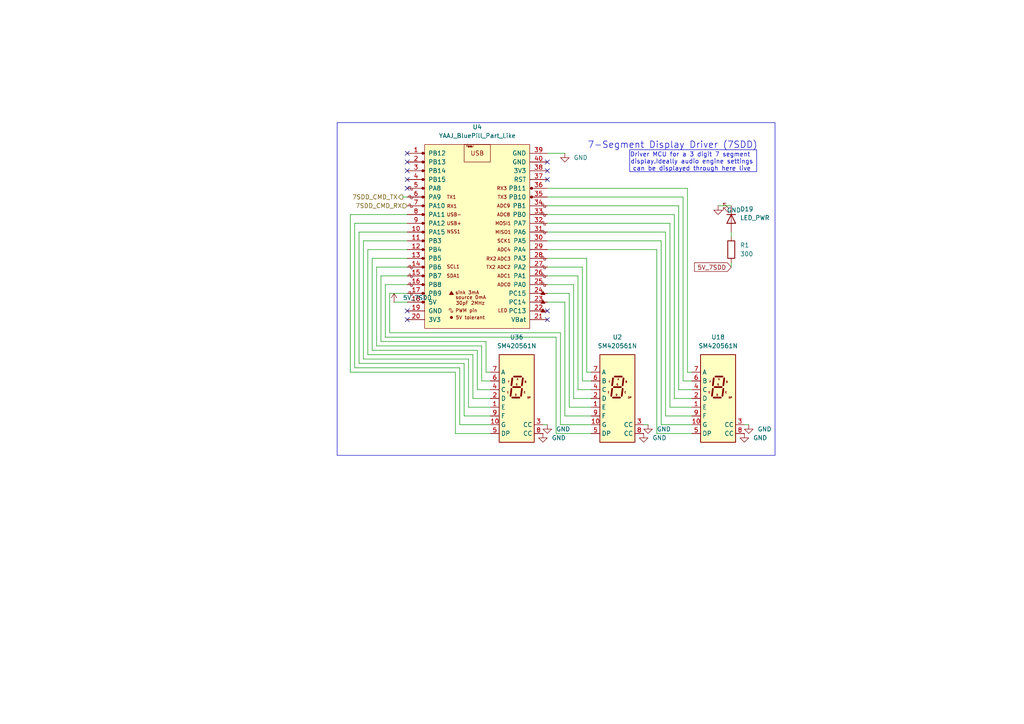
<source format=kicad_sch>
(kicad_sch (version 20250114) (generator "eeschema") (generator_version "9.0")
  (paper "A4")
  (lib_symbols
    (symbol "Device:LED" (pin_numbers (hide yes)) (pin_names (offset 1.016) (hide yes))
      (property "Reference" "D" (at 0 2.54 0))
      (property "Value" "LED" (at 0 -2.54 0))
      (symbol "LED_0_1"
        (polyline (pts (xy -3.048 -0.762) (xy -4.572 -2.286) (xy -3.81 -2.286) (xy -4.572 -2.286) (xy -4.572 -1.524)))
        (polyline (pts (xy -1.778 -0.762) (xy -3.302 -2.286) (xy -2.54 -2.286) (xy -3.302 -2.286) (xy -3.302 -1.524)))
        (polyline (pts (xy -1.27 0) (xy 1.27 0)))
        (polyline (pts (xy -1.27 -1.27) (xy -1.27 1.27)) (stroke (width 0.254)))
        (polyline (pts (xy 1.27 -1.27) (xy 1.27 1.27) (xy -1.27 0) (xy 1.27 -1.27)) (stroke (width 0.254)))
      )
      (symbol "LED_1_1"
        (pin passive line (at -3.81 0 0) (length 2.54) (name "K") (number "1"))
        (pin passive line (at 3.81 0 180) (length 2.54) (name "A") (number "2"))
      )
    )
    (symbol "Device:R" (pin_numbers (hide yes)) (pin_names (offset 0))
      (property "Reference" "R" (at 2.032 0 90))
      (property "Value" "R" (at 0 0 90))
      (symbol "R_0_1"
        (rectangle (start -1.016 -2.54) (end 1.016 2.54) (stroke (width 0.254)))
      )
      (symbol "R_1_1"
        (pin passive line (at 0 3.81 270) (length 1.27) (name "~") (number "1"))
        (pin passive line (at 0 -3.81 90) (length 1.27) (name "~") (number "2"))
      )
    )
    (symbol "Display_Character:SM420561N"
      (property "Reference" "U" (at -2.54 13.97 0))
      (property "Value" "SM420561N" (at 1.27 13.97 0))
      (symbol "SM420561N_0_0"
        (text "E" (at -2.54 1.778 0) (effects (font (size 0.508 0.508))))
        (text "F" (at -2.286 4.826 0) (effects (font (size 0.508 0.508))))
        (text "D" (at -0.254 1.016 0) (effects (font (size 0.508 0.508))))
        (text "G" (at 0 4.064 0) (effects (font (size 0.508 0.508))))
        (text "A" (at 0.254 5.588 0) (effects (font (size 0.508 0.508))))
        (text "C" (at 2.286 1.778 0) (effects (font (size 0.508 0.508))))
        (text "B" (at 2.54 4.826 0) (effects (font (size 0.508 0.508))))
        (text "DP" (at 3.556 0.254 0) (effects (font (size 0.508 0.508))))
      )
      (symbol "SM420561N_0_1"
        (rectangle (start -5.08 12.7) (end 5.08 -12.7) (stroke (width 0.254)) (fill (type background)))
        (polyline (pts (xy -1.524 2.794) (xy -1.778 0.762)) (stroke (width 0.508)))
        (polyline (pts (xy -1.27 5.842) (xy -1.524 3.81)) (stroke (width 0.508)))
        (polyline (pts (xy -1.27 0.254) (xy 0.762 0.254)) (stroke (width 0.508)))
        (polyline (pts (xy -1.016 3.302) (xy 1.016 3.302)) (stroke (width 0.508)))
        (polyline (pts (xy -0.762 6.35) (xy 1.27 6.35)) (stroke (width 0.508)))
        (polyline (pts (xy 1.524 2.794) (xy 1.27 0.762)) (stroke (width 0.508)))
        (polyline (pts (xy 1.778 5.842) (xy 1.524 3.81)) (stroke (width 0.508)))
        (polyline (pts (xy 2.54 0.254) (xy 2.54 0.254)) (stroke (width 0.508)))
      )
      (symbol "SM420561N_1_1"
        (pin input line (at -7.62 7.62 0) (length 2.54) (name "A") (number "7"))
        (pin input line (at -7.62 5.08 0) (length 2.54) (name "B") (number "6"))
        (pin input line (at -7.62 2.54 0) (length 2.54) (name "C") (number "4"))
        (pin input line (at -7.62 0 0) (length 2.54) (name "D") (number "2"))
        (pin input line (at -7.62 -2.54 0) (length 2.54) (name "E") (number "1"))
        (pin input line (at -7.62 -5.08 0) (length 2.54) (name "F") (number "9"))
        (pin input line (at -7.62 -7.62 0) (length 2.54) (name "G") (number "10"))
        (pin input line (at -7.62 -10.16 0) (length 2.54) (name "DP") (number "5"))
        (pin input line (at 7.62 -7.62 180) (length 2.54) (name "CC") (number "3"))
        (pin input line (at 7.62 -10.16 180) (length 2.54) (name "CC") (number "8"))
      )
    )
    (symbol "YAAJ_BluePill_Part_Like:YAAJ_BluePill_Part_Like" (pin_names (offset 1.016))
      (property "Reference" "U" (at -12.7 25.4 0))
      (property "Value" "YAAJ_BluePill_Part_Like" (at 0 2.54 90))
      (symbol "YAAJ_BluePill_Part_Like_0_0"
        (circle (center -15.748 22.86) (radius 0.3556) (fill (type outline)))
        (circle (center -15.748 17.78) (radius 0.3556) (fill (type outline)))
        (circle (center -15.748 15.24) (radius 0.3556) (fill (type outline)))
        (circle (center -15.748 12.7) (radius 0.3556) (fill (type outline)))
        (circle (center -15.748 10.16) (radius 0.3556) (fill (type outline)))
        (circle (center -15.748 7.62) (radius 0.3556) (fill (type outline)))
        (circle (center -15.748 5.08) (radius 0.3556) (fill (type outline)))
        (circle (center -15.748 2.54) (radius 0.3556) (fill (type outline)))
        (circle (center -15.748 0) (radius 0.3556) (fill (type outline)))
        (circle (center -15.748 -2.54) (radius 0.3556) (fill (type outline)))
        (circle (center -15.748 -5.08) (radius 0.3556) (fill (type outline)))
        (circle (center -15.748 -7.62) (radius 0.3556) (fill (type outline)))
        (circle (center -15.748 -10.16) (radius 0.3556) (fill (type outline)))
        (circle (center -15.748 -12.7) (radius 0.3556) (fill (type outline)))
        (circle (center -15.748 -15.24) (radius 0.3556) (fill (type outline)))
        (circle (center -15.748 -17.78) (radius 0.3556) (fill (type outline)))
        (circle (center -15.748 -20.32) (radius 0.3556) (fill (type outline)))
        (polyline (pts (xy -8.128 -18.161) (xy -7.493 -17.145) (xy -6.858 -18.161) (xy -8.128 -18.161) (xy -7.493 -17.272) (xy -6.985 -18.161) (xy -8.001 -18.034) (xy -7.493 -17.399) (xy -7.112 -18.161) (xy -7.874 -17.907) (xy -7.366 -17.526) (xy -7.239 -18.161) (xy -7.747 -17.78) (xy -7.239 -17.653) (xy -7.366 -18.034) (xy -7.62 -17.78) (xy -7.366 -17.907) (xy -7.493 -17.653)))
        (circle (center -7.493 -24.765) (radius 0.127) (fill (type outline)))
        (circle (center -7.493 -24.765) (radius 0.254))
        (circle (center -7.493 -24.765) (radius 0.3556))
        (circle (center 15.748 12.7) (radius 0.254) (fill (type outline)))
        (circle (center 15.748 12.7) (radius 0.3556))
        (circle (center 15.748 10.16) (radius 0.254) (fill (type outline)))
        (circle (center 15.748 10.16) (radius 0.3556))
        (polyline (pts (xy 18.415 -18.161) (xy 19.05 -17.145) (xy 19.685 -18.161) (xy 18.415 -18.161) (xy 19.05 -17.272) (xy 19.558 -18.161) (xy 18.542 -18.034) (xy 19.05 -17.399) (xy 19.431 -18.161) (xy 18.669 -17.907) (xy 19.177 -17.526) (xy 19.304 -18.161) (xy 18.796 -17.78) (xy 19.304 -17.653) (xy 19.177 -18.034) (xy 18.923 -17.78) (xy 19.177 -17.907) (xy 19.05 -17.653)))
        (polyline (pts (xy 18.415 -20.701) (xy 19.05 -19.685) (xy 19.685 -20.701) (xy 18.415 -20.701) (xy 19.05 -19.812) (xy 19.558 -20.701) (xy 18.542 -20.574) (xy 19.05 -19.939) (xy 19.431 -20.701) (xy 18.669 -20.447) (xy 19.177 -20.066) (xy 19.304 -20.701) (xy 18.796 -20.32) (xy 19.304 -20.193) (xy 19.177 -20.574) (xy 18.923 -20.32) (xy 19.177 -20.447) (xy 19.05 -20.193)))
        (polyline (pts (xy 18.415 -23.241) (xy 19.05 -22.225) (xy 19.685 -23.241) (xy 18.415 -23.241) (xy 19.05 -22.352) (xy 19.558 -23.241) (xy 18.542 -23.114) (xy 19.05 -22.479) (xy 19.431 -23.241) (xy 18.669 -22.987) (xy 19.177 -22.606) (xy 19.304 -23.241) (xy 18.796 -22.86) (xy 19.304 -22.733) (xy 19.177 -23.114) (xy 18.923 -22.86) (xy 19.177 -22.987) (xy 19.05 -22.733)))
        (text "TX1" (at -7.493 10.16 0) (effects (font (size 0.9906 0.9906))))
        (text "RX1" (at -7.366 7.493 0) (effects (font (size 0.9906 0.9906))))
        (text "SCL1" (at -6.985 -10.033 0) (effects (font (size 0.9906 0.9906))))
        (text "SDA1" (at -6.985 -12.7 0) (effects (font (size 0.9906 0.9906))))
        (text "NSS1" (at -6.858 0.127 0) (effects (font (size 0.9906 0.9906))))
        (text "USB-" (at -6.731 5.08 0) (effects (font (size 0.9906 0.9906))))
        (text "USB+" (at -6.731 2.54 0) (effects (font (size 0.9906 0.9906))))
        (text "PWM pin" (at -3.175 -22.733 0) (effects (font (size 0.9906 0.9906))))
        (text "sink 3mA" (at -2.921 -17.526 0) (effects (font (size 0.9906 0.9906))))
        (text "Y@@J" (at -2.159 24.892 0) (effects (font (size 0.508 0.508))))
        (text "30pF 2MHz" (at -2.032 -20.574 0) (effects (font (size 0.9906 0.9906))))
        (text "5V tolerant" (at -2.032 -24.765 0) (effects (font (size 0.9906 0.9906))))
        (text "source 0mA" (at -1.905 -18.923 0) (effects (font (size 0.9906 0.9906))))
        (text "USB" (at 0 22.86 0) (effects (font (size 1.27 1.27))))
        (text "TX2" (at 3.937 -10.16 0) (effects (font (size 0.9906 0.9906))))
        (text "RX2" (at 4.064 -7.747 0) (effects (font (size 0.9906 0.9906))))
        (text "RX3" (at 7.112 12.7 0) (effects (font (size 0.9906 0.9906))))
        (text "TX3" (at 7.239 10.16 0) (effects (font (size 0.9906 0.9906))))
        (text "LED" (at 7.366 -22.733 0) (effects (font (size 0.9906 0.9906))))
        (text "MOSI1" (at 7.493 2.54 0) (effects (font (size 0.9906 0.9906))))
        (text "MISO1" (at 7.493 0 0) (effects (font (size 0.9906 0.9906))))
        (text "ADC9" (at 7.62 7.62 0) (effects (font (size 0.9906 0.9906))))
        (text "ADC8" (at 7.62 5.08 0) (effects (font (size 0.9906 0.9906))))
        (text "SCK1" (at 7.747 -2.54 0) (effects (font (size 0.9906 0.9906))))
        (text "ADC4" (at 7.747 -5.08 0) (effects (font (size 0.9906 0.9906))))
        (text "ADC3" (at 7.747 -7.747 0) (effects (font (size 0.9906 0.9906))))
        (text "ADC2" (at 7.747 -10.16 0) (effects (font (size 0.9906 0.9906))))
        (text "ADC1" (at 7.747 -12.7 0) (effects (font (size 0.9906 0.9906))))
        (text "ADC0" (at 7.747 -15.24 0) (effects (font (size 0.9906 0.9906))))
      )
      (symbol "YAAJ_BluePill_Part_Like_0_1"
        (polyline (pts (xy -18.796 12.7) (xy -18.796 12.192) (xy -19.304 12.192) (xy -19.304 13.208) (xy -19.812 13.208) (xy -19.812 12.7)))
        (polyline (pts (xy -18.796 10.16) (xy -18.796 9.652) (xy -19.304 9.652) (xy -19.304 10.668) (xy -19.812 10.668) (xy -19.812 10.16)))
        (polyline (pts (xy -18.796 7.62) (xy -18.796 7.112) (xy -19.304 7.112) (xy -19.304 8.128) (xy -19.812 8.128) (xy -19.812 7.62)))
        (polyline (pts (xy -18.796 -10.16) (xy -18.796 -10.668) (xy -19.304 -10.668) (xy -19.304 -9.652) (xy -19.812 -9.652) (xy -19.812 -10.16)))
        (polyline (pts (xy -18.796 -12.7) (xy -18.796 -13.208) (xy -19.304 -13.208) (xy -19.304 -12.192) (xy -19.812 -12.192) (xy -19.812 -12.7)))
        (polyline (pts (xy -18.796 -15.24) (xy -18.796 -15.748) (xy -19.304 -15.748) (xy -19.304 -14.732) (xy -19.812 -14.732) (xy -19.812 -15.24)))
        (polyline (pts (xy -18.796 -17.78) (xy -18.796 -18.288) (xy -19.304 -18.288) (xy -19.304 -17.272) (xy -19.812 -17.272) (xy -19.812 -17.78)))
        (rectangle (start -15.24 25.4) (end 15.24 -27.94) (fill (type background)))
        (polyline (pts (xy -7.112 -22.733) (xy -7.112 -23.241) (xy -7.62 -23.241) (xy -7.62 -22.225) (xy -8.128 -22.225) (xy -8.128 -22.733)))
        (rectangle (start 3.81 25.4) (end -3.81 20.32))
        (polyline (pts (xy 19.812 7.62) (xy 19.812 7.112) (xy 19.304 7.112) (xy 19.304 8.128) (xy 18.796 8.128) (xy 18.796 7.62)))
        (polyline (pts (xy 19.812 5.08) (xy 19.812 4.572) (xy 19.304 4.572) (xy 19.304 5.588) (xy 18.796 5.588) (xy 18.796 5.08)))
        (polyline (pts (xy 19.812 2.54) (xy 19.812 2.032) (xy 19.304 2.032) (xy 19.304 3.048) (xy 18.796 3.048) (xy 18.796 2.54)))
        (polyline (pts (xy 19.812 0) (xy 19.812 -0.508) (xy 19.304 -0.508) (xy 19.304 0.508) (xy 18.796 0.508) (xy 18.796 0)))
        (polyline (pts (xy 19.812 -7.62) (xy 19.812 -8.128) (xy 19.304 -8.128) (xy 19.304 -7.112) (xy 18.796 -7.112) (xy 18.796 -7.62)))
        (polyline (pts (xy 19.812 -10.16) (xy 19.812 -10.668) (xy 19.304 -10.668) (xy 19.304 -9.652) (xy 18.796 -9.652) (xy 18.796 -10.16)))
        (polyline (pts (xy 19.812 -12.7) (xy 19.812 -13.208) (xy 19.304 -13.208) (xy 19.304 -12.192) (xy 18.796 -12.192) (xy 18.796 -12.7)))
        (polyline (pts (xy 19.812 -15.24) (xy 19.812 -15.748) (xy 19.304 -15.748) (xy 19.304 -14.732) (xy 18.796 -14.732) (xy 18.796 -15.24)))
      )
      (symbol "YAAJ_BluePill_Part_Like_1_1"
        (circle (center -15.748 20.32) (radius 0.3556) (fill (type outline)))
        (pin bidirectional line (at -20.32 22.86 0) (length 5.08) (name "PB12") (number "1"))
        (pin bidirectional line (at -20.32 20.32 0) (length 5.08) (name "PB13") (number "2"))
        (pin bidirectional line (at -20.32 17.78 0) (length 5.08) (name "PB14") (number "3"))
        (pin bidirectional line (at -20.32 15.24 0) (length 5.08) (name "PB15") (number "4"))
        (pin bidirectional line (at -20.32 12.7 0) (length 5.08) (name "PA8") (number "5"))
        (pin bidirectional line (at -20.32 10.16 0) (length 5.08) (name "PA9") (number "6"))
        (pin bidirectional line (at -20.32 7.62 0) (length 5.08) (name "PA10") (number "7"))
        (pin bidirectional line (at -20.32 5.08 0) (length 5.08) (name "PA11") (number "8"))
        (pin bidirectional line (at -20.32 2.54 0) (length 5.08) (name "PA12") (number "9"))
        (pin bidirectional line (at -20.32 0 0) (length 5.08) (name "PA15") (number "10"))
        (pin bidirectional line (at -20.32 -2.54 0) (length 5.08) (name "PB3") (number "11"))
        (pin bidirectional line (at -20.32 -5.08 0) (length 5.08) (name "PB4") (number "12"))
        (pin bidirectional line (at -20.32 -7.62 0) (length 5.08) (name "PB5") (number "13"))
        (pin bidirectional line (at -20.32 -10.16 0) (length 5.08) (name "PB6") (number "14"))
        (pin bidirectional line (at -20.32 -12.7 0) (length 5.08) (name "PB7") (number "15"))
        (pin bidirectional line (at -20.32 -15.24 0) (length 5.08) (name "PB8") (number "16"))
        (pin bidirectional line (at -20.32 -17.78 0) (length 5.08) (name "PB9") (number "17"))
        (pin power_in line (at -20.32 -20.32 0) (length 5.08) (name "5V") (number "18"))
        (pin power_in line (at -20.32 -22.86 0) (length 5.08) (name "GND") (number "19"))
        (pin power_in line (at -20.32 -25.4 0) (length 5.08) (name "3V3") (number "20"))
        (pin power_in line (at 20.32 22.86 180) (length 5.08) (name "GND") (number "39"))
        (pin power_in line (at 20.32 20.32 180) (length 5.08) (name "GND") (number "40"))
        (pin power_in line (at 20.32 17.78 180) (length 5.08) (name "3V3") (number "38"))
        (pin input line (at 20.32 15.24 180) (length 5.08) (name "RST") (number "37"))
        (pin bidirectional line (at 20.32 12.7 180) (length 5.08) (name "PB11") (number "36"))
        (pin bidirectional line (at 20.32 10.16 180) (length 5.08) (name "PB10") (number "35"))
        (pin bidirectional line (at 20.32 7.62 180) (length 5.08) (name "PB1") (number "34"))
        (pin bidirectional line (at 20.32 5.08 180) (length 5.08) (name "PB0") (number "33"))
        (pin bidirectional line (at 20.32 2.54 180) (length 5.08) (name "PA7") (number "32"))
        (pin bidirectional line (at 20.32 0 180) (length 5.08) (name "PA6") (number "31"))
        (pin bidirectional line (at 20.32 -2.54 180) (length 5.08) (name "PA5") (number "30"))
        (pin bidirectional line (at 20.32 -5.08 180) (length 5.08) (name "PA4") (number "29"))
        (pin bidirectional line (at 20.32 -7.62 180) (length 5.08) (name "PA3") (number "28"))
        (pin bidirectional line (at 20.32 -10.16 180) (length 5.08) (name "PA2") (number "27"))
        (pin bidirectional line (at 20.32 -12.7 180) (length 5.08) (name "PA1") (number "26"))
        (pin bidirectional line (at 20.32 -15.24 180) (length 5.08) (name "PA0") (number "25"))
        (pin bidirectional line (at 20.32 -17.78 180) (length 5.08) (name "PC15") (number "24"))
        (pin bidirectional line (at 20.32 -20.32 180) (length 5.08) (name "PC14") (number "23"))
        (pin bidirectional line (at 20.32 -22.86 180) (length 5.08) (name "PC13") (number "22"))
        (pin power_in line (at 20.32 -25.4 180) (length 5.08) (name "VBat") (number "21"))
      )
    )
    (symbol "power:+5V" (power) (pin_numbers (hide yes)) (pin_names (offset 0) (hide yes))
      (property "Value" "+5V" (at 0 3.556 0))
      (symbol "+5V_0_1"
        (polyline (pts (xy -0.762 1.27) (xy 0 2.54)))
        (polyline (pts (xy 0 2.54) (xy 0.762 1.27)))
        (polyline (pts (xy 0 0) (xy 0 2.54)))
      )
      (symbol "+5V_1_1"
        (pin power_in line (at 0 0 90) (length 0) (name "~") (number "1"))
      )
    )
    (symbol "power:GND" (power) (pin_numbers (hide yes)) (pin_names (offset 0) (hide yes))
      (property "Value" "GND" (at 0 -3.81 0))
      (symbol "GND_0_1"
        (polyline (pts (xy 0 0) (xy 0 -1.27) (xy 1.27 -1.27) (xy 0 -2.54) (xy -1.27 -1.27) (xy 0 -1.27)))
      )
      (symbol "GND_1_1"
        (pin power_in line (at 0 0 270) (length 0) (name "~") (number "1"))
      )
    )
  )
  (rectangle (start 97.79 35.56) (end 224.79 132.08))
  (rectangle (start 182.626 43.434) (end 219.456 49.784))
  (text "7-Segment Display Driver (7SDD)" (at 195.072 42.164 0) (effects (font (size 1.905 1.905))))
  (text "Driver MCU for a 3 digit 7 segment \ndisplay.Ideally audio engine settings\ncan be displayed through here live" (at 200.66 46.99 0) (effects (font (size 1.27 1.27))))
  (no_connect (at 118.11 54.61))
  (no_connect (at 118.11 92.71))
  (no_connect (at 158.75 52.07))
  (no_connect (at 158.75 90.17))
  (no_connect (at 118.11 46.99))
  (no_connect (at 158.75 49.53))
  (no_connect (at 118.11 52.07))
  (no_connect (at 158.75 92.71))
  (no_connect (at 118.11 44.45))
  (no_connect (at 158.75 46.99))
  (no_connect (at 118.11 90.17))
  (no_connect (at 118.11 49.53))
  (wire (pts (xy 106.68 72.39) (xy 106.68 102.87)))
  (wire (pts (xy 196.85 113.03) (xy 200.66 113.03)))
  (wire (pts (xy 163.83 120.65) (xy 171.45 120.65)))
  (wire (pts (xy 158.75 64.77) (xy 194.31 64.77)))
  (wire (pts (xy 137.16 102.87) (xy 137.16 115.57)))
  (wire (pts (xy 139.7 110.49) (xy 142.24 110.49)))
  (wire (pts (xy 101.6 62.23) (xy 101.6 107.95)))
  (wire (pts (xy 194.31 118.11) (xy 200.66 118.11)))
  (wire (pts (xy 161.29 125.73) (xy 161.29 97.79)))
  (wire (pts (xy 105.41 69.85) (xy 105.41 104.14)))
  (wire (pts (xy 133.35 106.68) (xy 102.87 106.68)))
  (wire (pts (xy 200.66 123.19) (xy 191.77 123.19)))
  (wire (pts (xy 200.66 115.57) (xy 195.58 115.57)))
  (wire (pts (xy 158.75 74.93) (xy 170.18 74.93)))
  (wire (pts (xy 139.7 100.33) (xy 139.7 110.49)))
  (wire (pts (xy 208.28 59.69) (xy 212.09 59.69)))
  (wire (pts (xy 106.68 102.87) (xy 137.16 102.87)))
  (wire (pts (xy 113.03 85.09) (xy 113.03 96.52)))
  (wire (pts (xy 113.03 96.52) (xy 162.56 96.52)))
  (wire (pts (xy 158.75 72.39) (xy 190.5 72.39)))
  (wire (pts (xy 134.62 120.65) (xy 142.24 120.65)))
  (wire (pts (xy 110.49 99.06) (xy 110.49 80.01)))
  (wire (pts (xy 111.76 82.55) (xy 118.11 82.55)))
  (wire (pts (xy 166.37 82.55) (xy 166.37 115.57)))
  (wire (pts (xy 135.89 104.14) (xy 105.41 104.14)))
  (wire (pts (xy 104.14 105.41) (xy 134.62 105.41)))
  (wire (pts (xy 170.18 74.93) (xy 170.18 107.95)))
  (wire (pts (xy 135.89 118.11) (xy 135.89 104.14)))
  (wire (pts (xy 165.1 85.09) (xy 158.75 85.09)))
  (wire (pts (xy 138.43 113.03) (xy 138.43 101.6)))
  (wire (pts (xy 158.75 44.45) (xy 163.83 44.45)))
  (wire (pts (xy 196.85 59.69) (xy 196.85 113.03)))
  (wire (pts (xy 132.08 107.95) (xy 132.08 125.73)))
  (wire (pts (xy 195.58 115.57) (xy 195.58 62.23)))
  (wire (pts (xy 142.24 123.19) (xy 133.35 123.19)))
  (wire (pts (xy 200.66 120.65) (xy 193.04 120.65)))
  (wire (pts (xy 116.84 57.15) (xy 118.11 57.15)))
  (wire (pts (xy 193.04 120.65) (xy 193.04 67.31)))
  (wire (pts (xy 198.12 57.15) (xy 158.75 57.15)))
  (wire (pts (xy 114.3 87.63) (xy 118.11 87.63)))
  (wire (pts (xy 138.43 101.6) (xy 107.95 101.6)))
  (wire (pts (xy 109.22 100.33) (xy 139.7 100.33)))
  (wire (pts (xy 105.41 69.85) (xy 118.11 69.85)))
  (wire (pts (xy 191.77 123.19) (xy 191.77 69.85)))
  (wire (pts (xy 190.5 72.39) (xy 190.5 125.73)))
  (wire (pts (xy 215.9 123.19) (xy 217.17 123.19)))
  (wire (pts (xy 161.29 97.79) (xy 111.76 97.79)))
  (wire (pts (xy 157.48 123.19) (xy 158.75 123.19)))
  (wire (pts (xy 168.91 110.49) (xy 171.45 110.49)))
  (wire (pts (xy 195.58 62.23) (xy 158.75 62.23)))
  (wire (pts (xy 118.11 67.31) (xy 104.14 67.31)))
  (wire (pts (xy 140.97 107.95) (xy 140.97 99.06)))
  (wire (pts (xy 102.87 106.68) (xy 102.87 64.77)))
  (wire (pts (xy 104.14 67.31) (xy 104.14 105.41)))
  (wire (pts (xy 167.64 113.03) (xy 167.64 80.01)))
  (wire (pts (xy 168.91 77.47) (xy 168.91 110.49)))
  (wire (pts (xy 109.22 77.47) (xy 109.22 100.33)))
  (wire (pts (xy 170.18 107.95) (xy 171.45 107.95)))
  (wire (pts (xy 158.75 87.63) (xy 163.83 87.63)))
  (wire (pts (xy 132.08 125.73) (xy 142.24 125.73)))
  (wire (pts (xy 110.49 80.01) (xy 118.11 80.01)))
  (wire (pts (xy 158.75 77.47) (xy 168.91 77.47)))
  (wire (pts (xy 193.04 67.31) (xy 158.75 67.31)))
  (wire (pts (xy 158.75 54.61) (xy 199.39 54.61)))
  (wire (pts (xy 133.35 123.19) (xy 133.35 106.68)))
  (wire (pts (xy 101.6 107.95) (xy 132.08 107.95)))
  (wire (pts (xy 171.45 125.73) (xy 161.29 125.73)))
  (wire (pts (xy 186.69 123.19) (xy 187.96 123.19)))
  (wire (pts (xy 191.77 69.85) (xy 158.75 69.85)))
  (wire (pts (xy 199.39 54.61) (xy 199.39 107.95)))
  (wire (pts (xy 142.24 118.11) (xy 135.89 118.11)))
  (wire (pts (xy 118.11 77.47) (xy 109.22 77.47)))
  (wire (pts (xy 118.11 72.39) (xy 106.68 72.39)))
  (wire (pts (xy 199.39 107.95) (xy 200.66 107.95)))
  (wire (pts (xy 118.11 85.09) (xy 113.03 85.09)))
  (wire (pts (xy 171.45 113.03) (xy 167.64 113.03)))
  (wire (pts (xy 190.5 125.73) (xy 200.66 125.73)))
  (wire (pts (xy 142.24 107.95) (xy 140.97 107.95)))
  (wire (pts (xy 142.24 113.03) (xy 138.43 113.03)))
  (wire (pts (xy 158.75 59.69) (xy 196.85 59.69)))
  (wire (pts (xy 212.09 67.31) (xy 212.09 68.58)))
  (wire (pts (xy 163.83 87.63) (xy 163.83 120.65)))
  (wire (pts (xy 137.16 115.57) (xy 142.24 115.57)))
  (wire (pts (xy 200.66 110.49) (xy 198.12 110.49)))
  (wire (pts (xy 111.76 97.79) (xy 111.76 82.55)))
  (wire (pts (xy 162.56 123.19) (xy 171.45 123.19)))
  (wire (pts (xy 198.12 110.49) (xy 198.12 57.15)))
  (wire (pts (xy 107.95 101.6) (xy 107.95 74.93)))
  (wire (pts (xy 171.45 118.11) (xy 165.1 118.11)))
  (wire (pts (xy 212.09 77.47) (xy 212.09 76.2)))
  (wire (pts (xy 134.62 105.41) (xy 134.62 120.65)))
  (wire (pts (xy 158.75 82.55) (xy 166.37 82.55)))
  (wire (pts (xy 165.1 118.11) (xy 165.1 85.09)))
  (wire (pts (xy 140.97 99.06) (xy 110.49 99.06)))
  (wire (pts (xy 166.37 115.57) (xy 171.45 115.57)))
  (wire (pts (xy 102.87 64.77) (xy 118.11 64.77)))
  (wire (pts (xy 162.56 96.52) (xy 162.56 123.19)))
  (wire (pts (xy 107.95 74.93) (xy 118.11 74.93)))
  (wire (pts (xy 118.11 62.23) (xy 101.6 62.23)))
  (wire (pts (xy 194.31 64.77) (xy 194.31 118.11)))
  (wire (pts (xy 167.64 80.01) (xy 158.75 80.01)))
  (global_label "5V_7SDD" (shape input) (at 212.09 77.47 180) (property "Intersheetrefs" "${INTERSHEET_REFS}" (effects (hide yes))))
  (hierarchical_label "7SDD_CMD_RX" (shape input) (at 118.11 59.69 180))
  (hierarchical_label "7SDD_CMD_TX" (shape output) (at 116.84 57.15 180))
  (symbol (lib_id "Device:R") (at 212.09 72.39 0) (unit 1)
    (property "Reference" "R1" (at 214.63 71.1199 0) (effects (justify left)))
    (property "Value" "300" (at 214.63 73.6599 0) (effects (justify left)))
    (property "Footprint" "Resistor_SMD:R_0805_2012Metric_Pad1.20x1.40mm_HandSolder" (effects (hide yes)))
    (property "Description" "Resistor" (effects (hide yes)))
    (property "DigiKey_Part_Number" "311-10.0KCRCT-ND" (effects (hide yes)))
    (property "Price" "0.0129" (effects (hide yes)))
  )
  (symbol (lib_id "power:GND") (at 163.83 44.45 0) (unit 1)
    (property "Reference" "#PWR06" (effects (hide yes)))
    (property "Value" "GND" (at 166.37 45.7199 0) (effects (justify left)))
    (property "Description" "Power symbol creates a global label with name \"GND\" , ground" (effects (hide yes)))
  )
  (symbol (lib_id "Display_Character:SM420561N") (at 179.07 115.57 0) (unit 1)
    (property "Reference" "U2" (at 179.07 97.79 0))
    (property "Value" "SM420561N" (at 179.07 100.33 0))
    (property "Footprint" "Display_7Segment:7SegmentLED_LTS6760_LTS6780" (effects (hide yes)))
    (property "Datasheet" "https://datasheet.lcsc.com/szlcsc/Wuxi-ARK-Tech-Elec-SM420561N_C141367.pdf" (effects (hide yes)))
    (property "Description" "One digit 7 segment blue LED, common cathode" (effects (hide yes)))
  )
  (symbol (lib_id "power:GND") (at 186.69 125.73 0) (unit 1)
    (property "Reference" "#PWR010" (effects (hide yes)))
    (property "Value" "GND" (at 189.23 126.9999 0) (effects (justify left)))
    (property "Description" "Power symbol creates a global label with name \"GND\" , ground" (effects (hide yes)))
  )
  (symbol (lib_id "Device:LED") (at 212.09 63.5 270) (unit 1)
    (property "Reference" "D19" (at 214.63 60.6424 90) (effects (justify left)))
    (property "Value" "LED_PWR" (at 214.63 63.1824 90) (effects (justify left)))
    (property "Footprint" "LED_SMD:LED_0603_1608Metric" (effects (hide yes)))
    (property "Description" "Light emitting diode" (effects (hide yes)))
    (property "Sim.Pins" "1=K 2=A" (effects (hide yes)))
  )
  (symbol (lib_id "power:GND") (at 215.9 125.73 0) (unit 1)
    (property "Reference" "#PWR012" (effects (hide yes)))
    (property "Value" "GND" (at 218.44 126.9999 0) (effects (justify left)))
    (property "Description" "Power symbol creates a global label with name \"GND\" , ground" (effects (hide yes)))
  )
  (symbol (lib_id "power:GND") (at 208.28 59.69 0) (unit 1)
    (property "Reference" "#PWR014" (effects (hide yes)))
    (property "Value" "GND" (at 210.82 60.9599 0) (effects (justify left)))
    (property "Description" "Power symbol creates a global label with name \"GND\" , ground" (effects (hide yes)))
  )
  (symbol (lib_id "Display_Character:SM420561N") (at 149.86 115.57 0) (unit 1)
    (property "Reference" "U36" (at 149.86 97.79 0))
    (property "Value" "SM420561N" (at 149.86 100.33 0))
    (property "Footprint" "Display_7Segment:7SegmentLED_LTS6760_LTS6780" (effects (hide yes)))
    (property "Datasheet" "https://datasheet.lcsc.com/szlcsc/Wuxi-ARK-Tech-Elec-SM420561N_C141367.pdf" (effects (hide yes)))
    (property "Description" "One digit 7 segment blue LED, common cathode" (effects (hide yes)))
  )
  (symbol (lib_id "power:GND") (at 217.17 123.19 0) (unit 1)
    (property "Reference" "#PWR013" (effects (hide yes)))
    (property "Value" "GND" (at 219.71 124.4599 0) (effects (justify left)))
    (property "Description" "Power symbol creates a global label with name \"GND\" , ground" (effects (hide yes)))
  )
  (symbol (lib_id "power:GND") (at 187.96 123.19 0) (unit 1)
    (property "Reference" "#PWR011" (effects (hide yes)))
    (property "Value" "GND" (at 190.5 124.4599 0) (effects (justify left)))
    (property "Description" "Power symbol creates a global label with name \"GND\" , ground" (effects (hide yes)))
  )
  (symbol (lib_id "power:GND") (at 157.48 125.73 0) (unit 1)
    (property "Reference" "#PWR08" (effects (hide yes)))
    (property "Value" "GND" (at 160.02 126.9999 0) (effects (justify left)))
    (property "Description" "Power symbol creates a global label with name \"GND\" , ground" (effects (hide yes)))
  )
  (symbol (lib_id "power:+5V") (at 114.3 87.63 0) (unit 1)
    (property "Reference" "#PWR07" (effects (hide yes)))
    (property "Value" "5V_7SDD" (at 116.84 86.3599 0) (effects (justify left)))
    (property "Description" "Power symbol creates a global label with name \"+5V\"" (effects (hide yes)))
  )
  (symbol (lib_id "Display_Character:SM420561N") (at 208.28 115.57 0) (unit 1)
    (property "Reference" "U18" (at 208.28 97.79 0))
    (property "Value" "SM420561N" (at 208.28 100.33 0))
    (property "Footprint" "Display_7Segment:7SegmentLED_LTS6760_LTS6780" (effects (hide yes)))
    (property "Datasheet" "https://datasheet.lcsc.com/szlcsc/Wuxi-ARK-Tech-Elec-SM420561N_C141367.pdf" (effects (hide yes)))
    (property "Description" "One digit 7 segment blue LED, common cathode" (effects (hide yes)))
  )
  (symbol (lib_id "YAAJ_BluePill_Part_Like:YAAJ_BluePill_Part_Like") (at 138.43 67.31 0) (unit 1)
    (property "Reference" "U4" (at 138.43 36.83 0))
    (property "Value" "YAAJ_BluePill_Part_Like" (at 138.43 39.37 0))
    (property "Footprint" "Footprints:YAAJ_WeAct_BlackPill_SWD_2" (effects (hide yes)))
    (property "Description" "STM32 Blue Pill ; not KLC compliant" (effects (hide yes)))
  )
  (symbol (lib_id "power:GND") (at 158.75 123.19 0) (unit 1)
    (property "Reference" "#PWR09" (effects (hide yes)))
    (property "Value" "GND" (at 161.29 124.4599 0) (effects (justify left)))
    (property "Description" "Power symbol creates a global label with name \"GND\" , ground" (effects (hide yes)))
  )
)
</source>
